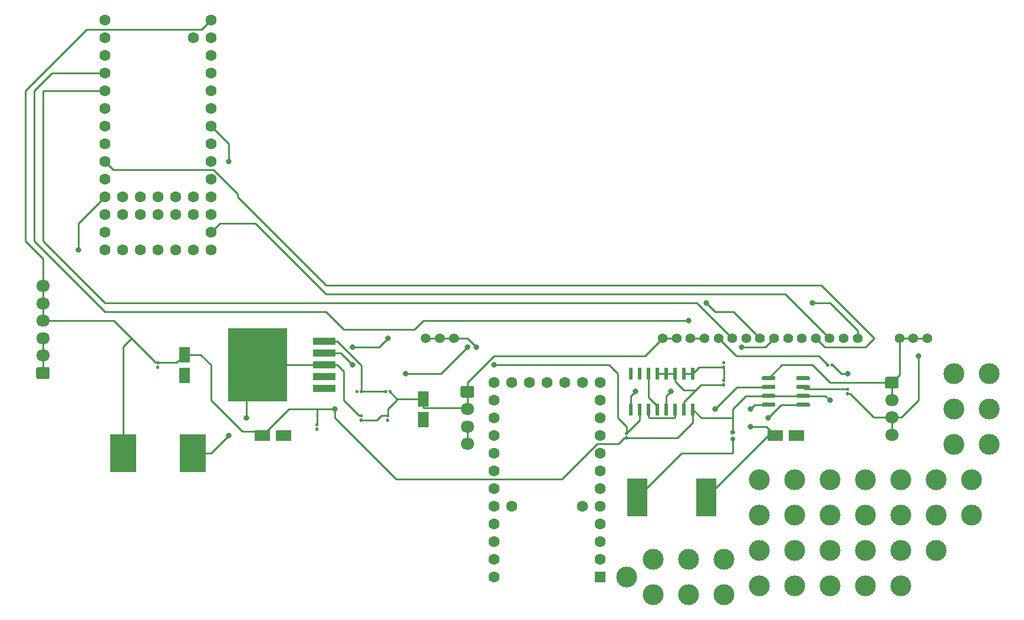
<source format=gbr>
%TF.GenerationSoftware,KiCad,Pcbnew,(5.1.10)-1*%
%TF.CreationDate,2021-10-04T16:47:09-07:00*%
%TF.ProjectId,VFD,5646442e-6b69-4636-9164-5f7063625858,rev?*%
%TF.SameCoordinates,Original*%
%TF.FileFunction,Copper,L1,Top*%
%TF.FilePolarity,Positive*%
%FSLAX46Y46*%
G04 Gerber Fmt 4.6, Leading zero omitted, Abs format (unit mm)*
G04 Created by KiCad (PCBNEW (5.1.10)-1) date 2021-10-04 16:47:09*
%MOMM*%
%LPD*%
G01*
G04 APERTURE LIST*
%TA.AperFunction,ComponentPad*%
%ADD10C,3.000000*%
%TD*%
%TA.AperFunction,ComponentPad*%
%ADD11C,1.600000*%
%TD*%
%TA.AperFunction,ComponentPad*%
%ADD12R,1.600000X1.600000*%
%TD*%
%TA.AperFunction,SMDPad,CuDef*%
%ADD13R,3.210000X1.050000*%
%TD*%
%TA.AperFunction,SMDPad,CuDef*%
%ADD14R,8.460000X10.530000*%
%TD*%
%TA.AperFunction,ComponentPad*%
%ADD15C,1.400000*%
%TD*%
%TA.AperFunction,SMDPad,CuDef*%
%ADD16R,0.533400X1.701800*%
%TD*%
%TA.AperFunction,SMDPad,CuDef*%
%ADD17R,2.900000X5.400000*%
%TD*%
%TA.AperFunction,SMDPad,CuDef*%
%ADD18R,3.850000X5.500000*%
%TD*%
%TA.AperFunction,ComponentPad*%
%ADD19O,1.950000X1.700000*%
%TD*%
%TA.AperFunction,SMDPad,CuDef*%
%ADD20R,2.200000X1.600000*%
%TD*%
%TA.AperFunction,SMDPad,CuDef*%
%ADD21R,1.600000X2.200000*%
%TD*%
%TA.AperFunction,ViaPad*%
%ADD22C,0.800000*%
%TD*%
%TA.AperFunction,Conductor*%
%ADD23C,0.250000*%
%TD*%
G04 APERTURE END LIST*
D10*
%TO.P,,1*%
%TO.N,N/C*%
X119380000Y-133350000D03*
%TD*%
%TO.P,,1*%
%TO.N,N/C*%
X128270000Y-135890000D03*
%TD*%
%TO.P,,1*%
%TO.N,N/C*%
X123190000Y-135890000D03*
%TD*%
%TO.P,,1*%
%TO.N,N/C*%
X123190000Y-130810000D03*
%TD*%
%TO.P,,1*%
%TO.N,N/C*%
X128270000Y-130810000D03*
%TD*%
%TO.P,,1*%
%TO.N,N/C*%
X133350000Y-130810000D03*
%TD*%
%TO.P,,1*%
%TO.N,N/C*%
X133350000Y-135890000D03*
%TD*%
%TO.P,,1*%
%TO.N,N/C*%
X138430000Y-129540000D03*
%TD*%
%TO.P,,1*%
%TO.N,N/C*%
X138430000Y-124460000D03*
%TD*%
%TO.P,,1*%
%TO.N,N/C*%
X138430000Y-134620000D03*
%TD*%
%TO.P,,1*%
%TO.N,N/C*%
X143510000Y-134620000D03*
%TD*%
%TO.P,,1*%
%TO.N,N/C*%
X143510000Y-129540000D03*
%TD*%
%TO.P,,1*%
%TO.N,N/C*%
X143510000Y-124460000D03*
%TD*%
%TO.P,,1*%
%TO.N,N/C*%
X148590000Y-124460000D03*
%TD*%
%TO.P,,1*%
%TO.N,N/C*%
X148590000Y-129540000D03*
%TD*%
%TO.P,,1*%
%TO.N,N/C*%
X148590000Y-134620000D03*
%TD*%
%TO.P,,1*%
%TO.N,N/C*%
X153670000Y-134620000D03*
%TD*%
%TO.P,,1*%
%TO.N,N/C*%
X153670000Y-129540000D03*
%TD*%
%TO.P,,1*%
%TO.N,N/C*%
X153670000Y-124460000D03*
%TD*%
%TO.P,,1*%
%TO.N,N/C*%
X158750000Y-134620000D03*
%TD*%
%TO.P,,1*%
%TO.N,N/C*%
X158750000Y-129540000D03*
%TD*%
%TO.P,,1*%
%TO.N,N/C*%
X158750000Y-124460000D03*
%TD*%
%TO.P,,1*%
%TO.N,N/C*%
X171450000Y-104140000D03*
%TD*%
%TO.P,,1*%
%TO.N,N/C*%
X171450000Y-109220000D03*
%TD*%
%TO.P,,1*%
%TO.N,N/C*%
X171450000Y-114300000D03*
%TD*%
%TO.P,,1*%
%TO.N,N/C*%
X163830000Y-129540000D03*
%TD*%
%TO.P,,1*%
%TO.N,N/C*%
X163830000Y-124460000D03*
%TD*%
%TO.P,,1*%
%TO.N,N/C*%
X168910000Y-124460000D03*
%TD*%
%TO.P,,1*%
%TO.N,N/C*%
X166370000Y-104140000D03*
%TD*%
%TO.P,,1*%
%TO.N,N/C*%
X166370000Y-109220000D03*
%TD*%
%TO.P,,1*%
%TO.N,N/C*%
X166370000Y-114300000D03*
%TD*%
%TO.P,,1*%
%TO.N,N/C*%
X168910000Y-119380000D03*
%TD*%
%TO.P,,1*%
%TO.N,N/C*%
X163830000Y-119380000D03*
%TD*%
%TO.P,,1*%
%TO.N,N/C*%
X158750000Y-119380000D03*
%TD*%
%TO.P,,1*%
%TO.N,N/C*%
X153670000Y-119380000D03*
%TD*%
%TO.P,,1*%
%TO.N,N/C*%
X148590000Y-119380000D03*
%TD*%
%TO.P,,1*%
%TO.N,N/C*%
X143510000Y-119380000D03*
%TD*%
%TO.P,,1*%
%TO.N,N/C*%
X138430000Y-119380000D03*
%TD*%
D11*
%TO.P,REF\u002A\u002A,15*%
%TO.N,N/C*%
X107950000Y-105410000D03*
D12*
%TO.P,REF\u002A\u002A,1*%
X115570000Y-133350000D03*
D11*
%TO.P,REF\u002A\u002A,2*%
X115570000Y-130810000D03*
%TO.P,REF\u002A\u002A,3*%
X115570000Y-128270000D03*
%TO.P,REF\u002A\u002A,4*%
X115570000Y-125730000D03*
%TO.P,REF\u002A\u002A,5*%
X115570000Y-123190000D03*
%TO.P,REF\u002A\u002A,6*%
X115570000Y-120650000D03*
%TO.P,REF\u002A\u002A,7*%
X115570000Y-118110000D03*
%TO.P,REF\u002A\u002A,8*%
X115570000Y-115570000D03*
%TO.P,REF\u002A\u002A,9*%
X115570000Y-113030000D03*
%TO.P,REF\u002A\u002A,10*%
X115570000Y-110490000D03*
%TO.P,REF\u002A\u002A,11*%
X115570000Y-107950000D03*
%TO.P,REF\u002A\u002A,12*%
X115570000Y-105410000D03*
%TO.P,REF\u002A\u002A,13*%
X113030000Y-105410000D03*
%TO.P,REF\u002A\u002A,14*%
X110490000Y-105410000D03*
%TO.P,REF\u002A\u002A,16*%
X105410000Y-105410000D03*
%TO.P,REF\u002A\u002A,17*%
X102870000Y-105410000D03*
%TO.P,REF\u002A\u002A,18*%
X100330000Y-105410000D03*
%TO.P,REF\u002A\u002A,19*%
X100330000Y-107950000D03*
%TO.P,REF\u002A\u002A,20*%
X100330000Y-110490000D03*
%TO.P,REF\u002A\u002A,21*%
X100330000Y-113030000D03*
%TO.P,REF\u002A\u002A,22*%
X100330000Y-115570000D03*
%TO.P,REF\u002A\u002A,23*%
X100330000Y-118110000D03*
%TO.P,REF\u002A\u002A,24*%
X100330000Y-120650000D03*
%TO.P,REF\u002A\u002A,25*%
X100330000Y-123190000D03*
%TO.P,REF\u002A\u002A,26*%
X100330000Y-125730000D03*
%TO.P,REF\u002A\u002A,27*%
X100330000Y-128270000D03*
%TO.P,REF\u002A\u002A,28*%
X100330000Y-130810000D03*
%TO.P,REF\u002A\u002A,29*%
X100330000Y-133350000D03*
%TO.P,REF\u002A\u002A,30*%
X113030000Y-123190000D03*
%TO.P,REF\u002A\u002A,31*%
X102870000Y-123190000D03*
%TD*%
D13*
%TO.P,VR1,1*%
%TO.N,GND*%
X75980000Y-106270000D03*
%TO.P,VR1,2*%
%TO.N,Net-(VR1-Pad2)*%
X75980000Y-104570000D03*
%TO.P,VR1,3*%
%TO.N,Net-(D1-Pad2)*%
X75980000Y-102870000D03*
%TO.P,VR1,4*%
%TO.N,+5V*%
X75980000Y-101170000D03*
%TO.P,VR1,5*%
%TO.N,Net-(R1-Pad2)*%
X75980000Y-99470000D03*
D14*
%TO.P,VR1,6*%
%TO.N,Net-(D1-Pad2)*%
X66350000Y-102870000D03*
%TD*%
D11*
%TO.P,U4,44*%
%TO.N,Net-(U4-Pad44)*%
X46990000Y-78740000D03*
%TO.P,U4,43*%
%TO.N,Net-(U4-Pad43)*%
X46990000Y-81280000D03*
%TO.P,U4,42*%
%TO.N,Net-(U4-Pad42)*%
X49530000Y-78740000D03*
%TO.P,U4,41*%
%TO.N,Net-(U4-Pad41)*%
X49530000Y-81280000D03*
%TO.P,U4,40*%
%TO.N,Net-(U4-Pad40)*%
X52070000Y-78740000D03*
%TO.P,U4,39*%
%TO.N,Net-(U4-Pad39)*%
X52070000Y-81280000D03*
%TO.P,U4,38*%
%TO.N,Net-(U4-Pad38)*%
X54610000Y-78740000D03*
%TO.P,U4,37*%
%TO.N,Net-(U4-Pad37)*%
X54610000Y-81280000D03*
%TO.P,U4,36*%
%TO.N,Net-(U4-Pad36)*%
X57150000Y-78740000D03*
%TO.P,U4,35*%
%TO.N,Net-(U4-Pad35)*%
X57150000Y-81280000D03*
%TO.P,U4,1*%
%TO.N,Net-(U4-Pad1)*%
X44450000Y-53340000D03*
%TO.P,U4,2*%
%TO.N,Net-(U4-Pad2)*%
X44450000Y-55880000D03*
%TO.P,U4,3*%
%TO.N,Net-(U4-Pad3)*%
X44450000Y-58420000D03*
%TO.P,U4,4*%
%TO.N,Net-(U3-Pad14)*%
X44450000Y-60960000D03*
%TO.P,U4,5*%
%TO.N,Net-(U3-Pad15)*%
X44450000Y-63500000D03*
%TO.P,U4,6*%
%TO.N,Net-(U3-Pad6)*%
X44450000Y-66040000D03*
%TO.P,U4,7*%
%TO.N,Net-(U4-Pad7)*%
X44450000Y-68580000D03*
%TO.P,U4,8*%
%TO.N,Net-(U3-Pad7)*%
X44450000Y-71120000D03*
%TO.P,U4,9*%
%TO.N,Net-(U3-Pad9)*%
X44450000Y-73660000D03*
%TO.P,U4,10*%
%TO.N,Net-(U3-Pad13)*%
X44450000Y-76200000D03*
%TO.P,U4,11*%
%TO.N,Net-(U3-Pad12)*%
X44450000Y-78740000D03*
%TO.P,U4,12*%
%TO.N,Net-(U4-Pad12)*%
X44450000Y-81280000D03*
%TO.P,U4,13*%
%TO.N,Net-(U4-Pad13)*%
X44450000Y-83820000D03*
%TO.P,U4,34*%
%TO.N,Net-(U4-Pad34)*%
X57150000Y-55880000D03*
%TO.P,U4,33*%
%TO.N,+5V*%
X59690000Y-53340000D03*
%TO.P,U4,32*%
%TO.N,GND*%
X59690000Y-55880000D03*
%TO.P,U4,31*%
%TO.N,+3V3*%
X59690000Y-58420000D03*
%TO.P,U4,30*%
%TO.N,Net-(U4-Pad30)*%
X59690000Y-60960000D03*
%TO.P,U4,29*%
%TO.N,Net-(U4-Pad29)*%
X59690000Y-63500000D03*
%TO.P,U4,28*%
%TO.N,Net-(U4-Pad28)*%
X59690000Y-66040000D03*
%TO.P,U4,27*%
%TO.N,/FF_BLANK*%
X59690000Y-68580000D03*
%TO.P,U4,26*%
%TO.N,Net-(U4-Pad26)*%
X59690000Y-71120000D03*
%TO.P,U4,25*%
%TO.N,Net-(U4-Pad25)*%
X59690000Y-73660000D03*
%TO.P,U4,24*%
%TO.N,Net-(U4-Pad24)*%
X59690000Y-76200000D03*
%TO.P,U4,23*%
%TO.N,Net-(U4-Pad23)*%
X59690000Y-78740000D03*
%TO.P,U4,22*%
%TO.N,Net-(U4-Pad22)*%
X59690000Y-81280000D03*
%TO.P,U4,21*%
%TO.N,Net-(U3-Pad8)*%
X59690000Y-83820000D03*
%TO.P,U4,14*%
%TO.N,Net-(U4-Pad14)*%
X44450000Y-86360000D03*
%TO.P,U4,15*%
%TO.N,Net-(U4-Pad15)*%
X46990000Y-86360000D03*
%TO.P,U4,16*%
%TO.N,Net-(U4-Pad16)*%
X49530000Y-86360000D03*
%TO.P,U4,20*%
%TO.N,Net-(U4-Pad20)*%
X59690000Y-86360000D03*
%TO.P,U4,19*%
%TO.N,Net-(U4-Pad19)*%
X57150000Y-86360000D03*
%TO.P,U4,18*%
%TO.N,Net-(U4-Pad18)*%
X54610000Y-86360000D03*
%TO.P,U4,17*%
%TO.N,Net-(U4-Pad17)*%
X52070000Y-86360000D03*
%TD*%
D15*
%TO.P,U3,1*%
%TO.N,/F1*%
X162560000Y-99060000D03*
%TO.P,U3,2*%
X160560000Y-99060000D03*
%TO.P,U3,3*%
X158560000Y-99060000D03*
%TO.P,U3,6*%
%TO.N,Net-(U3-Pad6)*%
X152560000Y-99060000D03*
%TO.P,U3,7*%
%TO.N,Net-(U3-Pad7)*%
X150560000Y-99060000D03*
%TO.P,U3,8*%
%TO.N,Net-(U3-Pad8)*%
X148560000Y-99060000D03*
%TO.P,U3,9*%
%TO.N,Net-(U3-Pad9)*%
X146560000Y-99060000D03*
%TO.P,U3,10*%
%TO.N,Net-(U3-Pad10)*%
X144560000Y-99060000D03*
%TO.P,U3,11*%
%TO.N,Net-(U3-Pad11)*%
X142560000Y-99060000D03*
%TO.P,U3,12*%
%TO.N,Net-(U3-Pad12)*%
X140560000Y-99060000D03*
%TO.P,U3,13*%
%TO.N,Net-(U3-Pad13)*%
X138560000Y-99060000D03*
%TO.P,U3,14*%
%TO.N,Net-(U3-Pad14)*%
X136560000Y-99060000D03*
%TO.P,U3,15*%
%TO.N,Net-(U3-Pad15)*%
X134560000Y-99060000D03*
%TO.P,U3,16*%
%TO.N,Net-(D3-Pad1)*%
X132560000Y-99060000D03*
%TO.P,U3,17*%
%TO.N,GND*%
X130560000Y-99060000D03*
%TO.P,U3,18*%
X128560000Y-99060000D03*
%TO.P,U3,19*%
%TO.N,VDD2*%
X126560000Y-99060000D03*
%TO.P,U3,20*%
X124560000Y-99060000D03*
%TO.P,U3,35*%
%TO.N,/F2*%
X94560000Y-99060000D03*
%TO.P,U3,36*%
X92560000Y-99060000D03*
%TO.P,U3,37*%
X90560000Y-99060000D03*
%TD*%
D16*
%TO.P,U2,1*%
%TO.N,Net-(C7-Pad1)*%
X128905000Y-104089200D03*
%TO.P,U2,2*%
X127635000Y-104089200D03*
%TO.P,U2,3*%
%TO.N,Net-(R4-Pad2)*%
X126365000Y-104089200D03*
%TO.P,U2,4*%
X125095000Y-104089200D03*
%TO.P,U2,5*%
X123825000Y-104089200D03*
%TO.P,U2,6*%
%TO.N,Net-(U2-Pad12)*%
X122555000Y-104089200D03*
%TO.P,U2,7*%
%TO.N,Net-(U2-Pad7)*%
X121285000Y-104089200D03*
%TO.P,U2,8*%
%TO.N,GND*%
X120015000Y-104089200D03*
%TO.P,U2,9*%
%TO.N,Net-(U1-Pad5)*%
X120015000Y-109270800D03*
%TO.P,U2,10*%
%TO.N,/FF_BLANK*%
X121285000Y-109270800D03*
%TO.P,U2,11*%
%TO.N,Net-(U2-Pad11)*%
X122555000Y-109270800D03*
%TO.P,U2,12*%
%TO.N,Net-(U2-Pad12)*%
X123825000Y-109270800D03*
%TO.P,U2,13*%
%TO.N,Net-(U1-Pad4)*%
X125095000Y-109270800D03*
%TO.P,U2,14*%
%TO.N,Net-(U2-Pad11)*%
X126365000Y-109270800D03*
%TO.P,U2,15*%
%TO.N,Net-(R4-Pad2)*%
X127635000Y-109270800D03*
%TO.P,U2,16*%
%TO.N,+5V*%
X128905000Y-109270800D03*
%TD*%
%TO.P,U1,8*%
%TO.N,GND*%
%TA.AperFunction,SMDPad,CuDef*%
G36*
G01*
X143740000Y-104925000D02*
X143740000Y-104625000D01*
G75*
G02*
X143890000Y-104475000I150000J0D01*
G01*
X145540000Y-104475000D01*
G75*
G02*
X145690000Y-104625000I0J-150000D01*
G01*
X145690000Y-104925000D01*
G75*
G02*
X145540000Y-105075000I-150000J0D01*
G01*
X143890000Y-105075000D01*
G75*
G02*
X143740000Y-104925000I0J150000D01*
G01*
G37*
%TD.AperFunction*%
%TO.P,U1,7*%
%TO.N,Net-(R5-Pad2)*%
%TA.AperFunction,SMDPad,CuDef*%
G36*
G01*
X143740000Y-106195000D02*
X143740000Y-105895000D01*
G75*
G02*
X143890000Y-105745000I150000J0D01*
G01*
X145540000Y-105745000D01*
G75*
G02*
X145690000Y-105895000I0J-150000D01*
G01*
X145690000Y-106195000D01*
G75*
G02*
X145540000Y-106345000I-150000J0D01*
G01*
X143890000Y-106345000D01*
G75*
G02*
X143740000Y-106195000I0J150000D01*
G01*
G37*
%TD.AperFunction*%
%TO.P,U1,6*%
%TO.N,+5V*%
%TA.AperFunction,SMDPad,CuDef*%
G36*
G01*
X143740000Y-107465000D02*
X143740000Y-107165000D01*
G75*
G02*
X143890000Y-107015000I150000J0D01*
G01*
X145540000Y-107015000D01*
G75*
G02*
X145690000Y-107165000I0J-150000D01*
G01*
X145690000Y-107465000D01*
G75*
G02*
X145540000Y-107615000I-150000J0D01*
G01*
X143890000Y-107615000D01*
G75*
G02*
X143740000Y-107465000I0J150000D01*
G01*
G37*
%TD.AperFunction*%
%TO.P,U1,5*%
%TO.N,Net-(U1-Pad5)*%
%TA.AperFunction,SMDPad,CuDef*%
G36*
G01*
X143740000Y-108735000D02*
X143740000Y-108435000D01*
G75*
G02*
X143890000Y-108285000I150000J0D01*
G01*
X145540000Y-108285000D01*
G75*
G02*
X145690000Y-108435000I0J-150000D01*
G01*
X145690000Y-108735000D01*
G75*
G02*
X145540000Y-108885000I-150000J0D01*
G01*
X143890000Y-108885000D01*
G75*
G02*
X143740000Y-108735000I0J150000D01*
G01*
G37*
%TD.AperFunction*%
%TO.P,U1,4*%
%TO.N,Net-(U1-Pad4)*%
%TA.AperFunction,SMDPad,CuDef*%
G36*
G01*
X138790000Y-108735000D02*
X138790000Y-108435000D01*
G75*
G02*
X138940000Y-108285000I150000J0D01*
G01*
X140590000Y-108285000D01*
G75*
G02*
X140740000Y-108435000I0J-150000D01*
G01*
X140740000Y-108735000D01*
G75*
G02*
X140590000Y-108885000I-150000J0D01*
G01*
X138940000Y-108885000D01*
G75*
G02*
X138790000Y-108735000I0J150000D01*
G01*
G37*
%TD.AperFunction*%
%TO.P,U1,3*%
%TO.N,+5V*%
%TA.AperFunction,SMDPad,CuDef*%
G36*
G01*
X138790000Y-107465000D02*
X138790000Y-107165000D01*
G75*
G02*
X138940000Y-107015000I150000J0D01*
G01*
X140590000Y-107015000D01*
G75*
G02*
X140740000Y-107165000I0J-150000D01*
G01*
X140740000Y-107465000D01*
G75*
G02*
X140590000Y-107615000I-150000J0D01*
G01*
X138940000Y-107615000D01*
G75*
G02*
X138790000Y-107465000I0J150000D01*
G01*
G37*
%TD.AperFunction*%
%TO.P,U1,2*%
%TO.N,Net-(C8-Pad1)*%
%TA.AperFunction,SMDPad,CuDef*%
G36*
G01*
X138790000Y-106195000D02*
X138790000Y-105895000D01*
G75*
G02*
X138940000Y-105745000I150000J0D01*
G01*
X140590000Y-105745000D01*
G75*
G02*
X140740000Y-105895000I0J-150000D01*
G01*
X140740000Y-106195000D01*
G75*
G02*
X140590000Y-106345000I-150000J0D01*
G01*
X138940000Y-106345000D01*
G75*
G02*
X138790000Y-106195000I0J150000D01*
G01*
G37*
%TD.AperFunction*%
%TO.P,U1,1*%
%TO.N,/F1*%
%TA.AperFunction,SMDPad,CuDef*%
G36*
G01*
X138790000Y-104925000D02*
X138790000Y-104625000D01*
G75*
G02*
X138940000Y-104475000I150000J0D01*
G01*
X140590000Y-104475000D01*
G75*
G02*
X140740000Y-104625000I0J-150000D01*
G01*
X140740000Y-104925000D01*
G75*
G02*
X140590000Y-105075000I-150000J0D01*
G01*
X138940000Y-105075000D01*
G75*
G02*
X138790000Y-104925000I0J150000D01*
G01*
G37*
%TD.AperFunction*%
%TD*%
%TO.P,R5,2*%
%TO.N,Net-(R5-Pad2)*%
%TA.AperFunction,SMDPad,CuDef*%
G36*
G01*
X151230000Y-106590000D02*
X151030000Y-106590000D01*
G75*
G02*
X150930000Y-106490000I0J100000D01*
G01*
X150930000Y-106230000D01*
G75*
G02*
X151030000Y-106130000I100000J0D01*
G01*
X151230000Y-106130000D01*
G75*
G02*
X151330000Y-106230000I0J-100000D01*
G01*
X151330000Y-106490000D01*
G75*
G02*
X151230000Y-106590000I-100000J0D01*
G01*
G37*
%TD.AperFunction*%
%TO.P,R5,1*%
%TO.N,/F2*%
%TA.AperFunction,SMDPad,CuDef*%
G36*
G01*
X151230000Y-107230000D02*
X151030000Y-107230000D01*
G75*
G02*
X150930000Y-107130000I0J100000D01*
G01*
X150930000Y-106870000D01*
G75*
G02*
X151030000Y-106770000I100000J0D01*
G01*
X151230000Y-106770000D01*
G75*
G02*
X151330000Y-106870000I0J-100000D01*
G01*
X151330000Y-107130000D01*
G75*
G02*
X151230000Y-107230000I-100000J0D01*
G01*
G37*
%TD.AperFunction*%
%TD*%
%TO.P,R4,2*%
%TO.N,Net-(R4-Pad2)*%
%TA.AperFunction,SMDPad,CuDef*%
G36*
G01*
X133250000Y-105500000D02*
X133450000Y-105500000D01*
G75*
G02*
X133550000Y-105600000I0J-100000D01*
G01*
X133550000Y-105860000D01*
G75*
G02*
X133450000Y-105960000I-100000J0D01*
G01*
X133250000Y-105960000D01*
G75*
G02*
X133150000Y-105860000I0J100000D01*
G01*
X133150000Y-105600000D01*
G75*
G02*
X133250000Y-105500000I100000J0D01*
G01*
G37*
%TD.AperFunction*%
%TO.P,R4,1*%
%TO.N,Net-(C7-Pad1)*%
%TA.AperFunction,SMDPad,CuDef*%
G36*
G01*
X133250000Y-104860000D02*
X133450000Y-104860000D01*
G75*
G02*
X133550000Y-104960000I0J-100000D01*
G01*
X133550000Y-105220000D01*
G75*
G02*
X133450000Y-105320000I-100000J0D01*
G01*
X133250000Y-105320000D01*
G75*
G02*
X133150000Y-105220000I0J100000D01*
G01*
X133150000Y-104960000D01*
G75*
G02*
X133250000Y-104860000I100000J0D01*
G01*
G37*
%TD.AperFunction*%
%TD*%
%TO.P,R3,2*%
%TO.N,/FF_BLANK*%
%TA.AperFunction,SMDPad,CuDef*%
G36*
G01*
X119480000Y-112940000D02*
X119280000Y-112940000D01*
G75*
G02*
X119180000Y-112840000I0J100000D01*
G01*
X119180000Y-112580000D01*
G75*
G02*
X119280000Y-112480000I100000J0D01*
G01*
X119480000Y-112480000D01*
G75*
G02*
X119580000Y-112580000I0J-100000D01*
G01*
X119580000Y-112840000D01*
G75*
G02*
X119480000Y-112940000I-100000J0D01*
G01*
G37*
%TD.AperFunction*%
%TO.P,R3,1*%
%TO.N,+5V*%
%TA.AperFunction,SMDPad,CuDef*%
G36*
G01*
X119480000Y-113580000D02*
X119280000Y-113580000D01*
G75*
G02*
X119180000Y-113480000I0J100000D01*
G01*
X119180000Y-113220000D01*
G75*
G02*
X119280000Y-113120000I100000J0D01*
G01*
X119480000Y-113120000D01*
G75*
G02*
X119580000Y-113220000I0J-100000D01*
G01*
X119580000Y-113480000D01*
G75*
G02*
X119480000Y-113580000I-100000J0D01*
G01*
G37*
%TD.AperFunction*%
%TD*%
%TO.P,R2,2*%
%TO.N,GND*%
%TA.AperFunction,SMDPad,CuDef*%
G36*
G01*
X80870000Y-106580000D02*
X80870000Y-106780000D01*
G75*
G02*
X80770000Y-106880000I-100000J0D01*
G01*
X80510000Y-106880000D01*
G75*
G02*
X80410000Y-106780000I0J100000D01*
G01*
X80410000Y-106580000D01*
G75*
G02*
X80510000Y-106480000I100000J0D01*
G01*
X80770000Y-106480000D01*
G75*
G02*
X80870000Y-106580000I0J-100000D01*
G01*
G37*
%TD.AperFunction*%
%TO.P,R2,1*%
%TO.N,Net-(R1-Pad2)*%
%TA.AperFunction,SMDPad,CuDef*%
G36*
G01*
X81510000Y-106580000D02*
X81510000Y-106780000D01*
G75*
G02*
X81410000Y-106880000I-100000J0D01*
G01*
X81150000Y-106880000D01*
G75*
G02*
X81050000Y-106780000I0J100000D01*
G01*
X81050000Y-106580000D01*
G75*
G02*
X81150000Y-106480000I100000J0D01*
G01*
X81410000Y-106480000D01*
G75*
G02*
X81510000Y-106580000I0J-100000D01*
G01*
G37*
%TD.AperFunction*%
%TD*%
%TO.P,R1,2*%
%TO.N,Net-(R1-Pad2)*%
%TA.AperFunction,SMDPad,CuDef*%
G36*
G01*
X85000000Y-106580000D02*
X85000000Y-106780000D01*
G75*
G02*
X84900000Y-106880000I-100000J0D01*
G01*
X84640000Y-106880000D01*
G75*
G02*
X84540000Y-106780000I0J100000D01*
G01*
X84540000Y-106580000D01*
G75*
G02*
X84640000Y-106480000I100000J0D01*
G01*
X84900000Y-106480000D01*
G75*
G02*
X85000000Y-106580000I0J-100000D01*
G01*
G37*
%TD.AperFunction*%
%TO.P,R1,1*%
%TO.N,VDD2*%
%TA.AperFunction,SMDPad,CuDef*%
G36*
G01*
X85640000Y-106580000D02*
X85640000Y-106780000D01*
G75*
G02*
X85540000Y-106880000I-100000J0D01*
G01*
X85280000Y-106880000D01*
G75*
G02*
X85180000Y-106780000I0J100000D01*
G01*
X85180000Y-106580000D01*
G75*
G02*
X85280000Y-106480000I100000J0D01*
G01*
X85540000Y-106480000D01*
G75*
G02*
X85640000Y-106580000I0J-100000D01*
G01*
G37*
%TD.AperFunction*%
%TD*%
D17*
%TO.P,L2,2*%
%TO.N,Net-(C8-Pad1)*%
X130810000Y-121920000D03*
%TO.P,L2,1*%
%TO.N,Net-(D2-Pad1)*%
X120910000Y-121920000D03*
%TD*%
D18*
%TO.P,L1,1*%
%TO.N,+5V*%
X47095000Y-115570000D03*
%TO.P,L1,2*%
%TO.N,Net-(D1-Pad2)*%
X57045000Y-115570000D03*
%TD*%
D19*
%TO.P,J3,4*%
%TO.N,/F2*%
X157480000Y-112910000D03*
%TO.P,J3,3*%
X157480000Y-110410000D03*
%TO.P,J3,2*%
%TO.N,/F1*%
X157480000Y-107910000D03*
%TO.P,J3,1*%
%TA.AperFunction,ComponentPad*%
G36*
G01*
X156755000Y-104560000D02*
X158205000Y-104560000D01*
G75*
G02*
X158455000Y-104810000I0J-250000D01*
G01*
X158455000Y-106010000D01*
G75*
G02*
X158205000Y-106260000I-250000J0D01*
G01*
X156755000Y-106260000D01*
G75*
G02*
X156505000Y-106010000I0J250000D01*
G01*
X156505000Y-104810000D01*
G75*
G02*
X156755000Y-104560000I250000J0D01*
G01*
G37*
%TD.AperFunction*%
%TD*%
%TO.P,J2,4*%
%TO.N,GND*%
X96520000Y-114220000D03*
%TO.P,J2,3*%
X96520000Y-111720000D03*
%TO.P,J2,2*%
%TO.N,VDD2*%
X96520000Y-109220000D03*
%TO.P,J2,1*%
%TA.AperFunction,ComponentPad*%
G36*
G01*
X95795000Y-105870000D02*
X97245000Y-105870000D01*
G75*
G02*
X97495000Y-106120000I0J-250000D01*
G01*
X97495000Y-107320000D01*
G75*
G02*
X97245000Y-107570000I-250000J0D01*
G01*
X95795000Y-107570000D01*
G75*
G02*
X95545000Y-107320000I0J250000D01*
G01*
X95545000Y-106120000D01*
G75*
G02*
X95795000Y-105870000I250000J0D01*
G01*
G37*
%TD.AperFunction*%
%TD*%
%TO.P,J1,6*%
%TO.N,+5V*%
X35560000Y-91520000D03*
%TO.P,J1,5*%
X35560000Y-94020000D03*
%TO.P,J1,4*%
X35560000Y-96520000D03*
%TO.P,J1,3*%
%TO.N,GND*%
X35560000Y-99020000D03*
%TO.P,J1,2*%
X35560000Y-101520000D03*
%TO.P,J1,1*%
%TA.AperFunction,ComponentPad*%
G36*
G01*
X36285000Y-104870000D02*
X34835000Y-104870000D01*
G75*
G02*
X34585000Y-104620000I0J250000D01*
G01*
X34585000Y-103420000D01*
G75*
G02*
X34835000Y-103170000I250000J0D01*
G01*
X36285000Y-103170000D01*
G75*
G02*
X36535000Y-103420000I0J-250000D01*
G01*
X36535000Y-104620000D01*
G75*
G02*
X36285000Y-104870000I-250000J0D01*
G01*
G37*
%TD.AperFunction*%
%TD*%
%TO.P,D3,2*%
%TO.N,+5V*%
%TA.AperFunction,SMDPad,CuDef*%
G36*
G01*
X148680000Y-102970000D02*
X148680000Y-102770000D01*
G75*
G02*
X148780000Y-102670000I100000J0D01*
G01*
X149040000Y-102670000D01*
G75*
G02*
X149140000Y-102770000I0J-100000D01*
G01*
X149140000Y-102970000D01*
G75*
G02*
X149040000Y-103070000I-100000J0D01*
G01*
X148780000Y-103070000D01*
G75*
G02*
X148680000Y-102970000I0J100000D01*
G01*
G37*
%TD.AperFunction*%
%TO.P,D3,1*%
%TO.N,Net-(D3-Pad1)*%
%TA.AperFunction,SMDPad,CuDef*%
G36*
G01*
X148040000Y-102970000D02*
X148040000Y-102770000D01*
G75*
G02*
X148140000Y-102670000I100000J0D01*
G01*
X148400000Y-102670000D01*
G75*
G02*
X148500000Y-102770000I0J-100000D01*
G01*
X148500000Y-102970000D01*
G75*
G02*
X148400000Y-103070000I-100000J0D01*
G01*
X148140000Y-103070000D01*
G75*
G02*
X148040000Y-102970000I0J100000D01*
G01*
G37*
%TD.AperFunction*%
%TD*%
%TO.P,D2,2*%
%TO.N,+5V*%
%TA.AperFunction,SMDPad,CuDef*%
G36*
G01*
X134792500Y-112840000D02*
X134447500Y-112840000D01*
G75*
G02*
X134300000Y-112692500I0J147500D01*
G01*
X134300000Y-112397500D01*
G75*
G02*
X134447500Y-112250000I147500J0D01*
G01*
X134792500Y-112250000D01*
G75*
G02*
X134940000Y-112397500I0J-147500D01*
G01*
X134940000Y-112692500D01*
G75*
G02*
X134792500Y-112840000I-147500J0D01*
G01*
G37*
%TD.AperFunction*%
%TO.P,D2,1*%
%TO.N,Net-(D2-Pad1)*%
%TA.AperFunction,SMDPad,CuDef*%
G36*
G01*
X134792500Y-113810000D02*
X134447500Y-113810000D01*
G75*
G02*
X134300000Y-113662500I0J147500D01*
G01*
X134300000Y-113367500D01*
G75*
G02*
X134447500Y-113220000I147500J0D01*
G01*
X134792500Y-113220000D01*
G75*
G02*
X134940000Y-113367500I0J-147500D01*
G01*
X134940000Y-113662500D01*
G75*
G02*
X134792500Y-113810000I-147500J0D01*
G01*
G37*
%TD.AperFunction*%
%TD*%
%TO.P,D1,2*%
%TO.N,Net-(D1-Pad2)*%
%TA.AperFunction,SMDPad,CuDef*%
G36*
G01*
X81380000Y-110400000D02*
X81180000Y-110400000D01*
G75*
G02*
X81080000Y-110300000I0J100000D01*
G01*
X81080000Y-110040000D01*
G75*
G02*
X81180000Y-109940000I100000J0D01*
G01*
X81380000Y-109940000D01*
G75*
G02*
X81480000Y-110040000I0J-100000D01*
G01*
X81480000Y-110300000D01*
G75*
G02*
X81380000Y-110400000I-100000J0D01*
G01*
G37*
%TD.AperFunction*%
%TO.P,D1,1*%
%TO.N,VDD2*%
%TA.AperFunction,SMDPad,CuDef*%
G36*
G01*
X81380000Y-111040000D02*
X81180000Y-111040000D01*
G75*
G02*
X81080000Y-110940000I0J100000D01*
G01*
X81080000Y-110680000D01*
G75*
G02*
X81180000Y-110580000I100000J0D01*
G01*
X81380000Y-110580000D01*
G75*
G02*
X81480000Y-110680000I0J-100000D01*
G01*
X81480000Y-110940000D01*
G75*
G02*
X81380000Y-111040000I-100000J0D01*
G01*
G37*
%TD.AperFunction*%
%TD*%
D20*
%TO.P,C8,2*%
%TO.N,GND*%
X143740000Y-113030000D03*
%TO.P,C8,1*%
%TO.N,Net-(C8-Pad1)*%
X140740000Y-113030000D03*
%TD*%
%TO.P,C7,2*%
%TO.N,GND*%
%TA.AperFunction,SMDPad,CuDef*%
G36*
G01*
X133450000Y-102780000D02*
X133250000Y-102780000D01*
G75*
G02*
X133150000Y-102680000I0J100000D01*
G01*
X133150000Y-102420000D01*
G75*
G02*
X133250000Y-102320000I100000J0D01*
G01*
X133450000Y-102320000D01*
G75*
G02*
X133550000Y-102420000I0J-100000D01*
G01*
X133550000Y-102680000D01*
G75*
G02*
X133450000Y-102780000I-100000J0D01*
G01*
G37*
%TD.AperFunction*%
%TO.P,C7,1*%
%TO.N,Net-(C7-Pad1)*%
%TA.AperFunction,SMDPad,CuDef*%
G36*
G01*
X133450000Y-103420000D02*
X133250000Y-103420000D01*
G75*
G02*
X133150000Y-103320000I0J100000D01*
G01*
X133150000Y-103060000D01*
G75*
G02*
X133250000Y-102960000I100000J0D01*
G01*
X133450000Y-102960000D01*
G75*
G02*
X133550000Y-103060000I0J-100000D01*
G01*
X133550000Y-103320000D01*
G75*
G02*
X133450000Y-103420000I-100000J0D01*
G01*
G37*
%TD.AperFunction*%
%TD*%
D21*
%TO.P,C6,2*%
%TO.N,GND*%
X90170000Y-110720000D03*
%TO.P,C6,1*%
%TO.N,VDD2*%
X90170000Y-107720000D03*
%TD*%
%TO.P,C5,2*%
%TO.N,GND*%
%TA.AperFunction,SMDPad,CuDef*%
G36*
G01*
X84990000Y-110580000D02*
X85190000Y-110580000D01*
G75*
G02*
X85290000Y-110680000I0J-100000D01*
G01*
X85290000Y-110940000D01*
G75*
G02*
X85190000Y-111040000I-100000J0D01*
G01*
X84990000Y-111040000D01*
G75*
G02*
X84890000Y-110940000I0J100000D01*
G01*
X84890000Y-110680000D01*
G75*
G02*
X84990000Y-110580000I100000J0D01*
G01*
G37*
%TD.AperFunction*%
%TO.P,C5,1*%
%TO.N,VDD2*%
%TA.AperFunction,SMDPad,CuDef*%
G36*
G01*
X84990000Y-109940000D02*
X85190000Y-109940000D01*
G75*
G02*
X85290000Y-110040000I0J-100000D01*
G01*
X85290000Y-110300000D01*
G75*
G02*
X85190000Y-110400000I-100000J0D01*
G01*
X84990000Y-110400000D01*
G75*
G02*
X84890000Y-110300000I0J100000D01*
G01*
X84890000Y-110040000D01*
G75*
G02*
X84990000Y-109940000I100000J0D01*
G01*
G37*
%TD.AperFunction*%
%TD*%
%TO.P,C4,2*%
%TO.N,GND*%
X55880000Y-104370000D03*
%TO.P,C4,1*%
%TO.N,+5V*%
X55880000Y-101370000D03*
%TD*%
%TO.P,C3,2*%
%TO.N,GND*%
%TA.AperFunction,SMDPad,CuDef*%
G36*
G01*
X51970000Y-102960000D02*
X52170000Y-102960000D01*
G75*
G02*
X52270000Y-103060000I0J-100000D01*
G01*
X52270000Y-103320000D01*
G75*
G02*
X52170000Y-103420000I-100000J0D01*
G01*
X51970000Y-103420000D01*
G75*
G02*
X51870000Y-103320000I0J100000D01*
G01*
X51870000Y-103060000D01*
G75*
G02*
X51970000Y-102960000I100000J0D01*
G01*
G37*
%TD.AperFunction*%
%TO.P,C3,1*%
%TO.N,+5V*%
%TA.AperFunction,SMDPad,CuDef*%
G36*
G01*
X51970000Y-102320000D02*
X52170000Y-102320000D01*
G75*
G02*
X52270000Y-102420000I0J-100000D01*
G01*
X52270000Y-102680000D01*
G75*
G02*
X52170000Y-102780000I-100000J0D01*
G01*
X51970000Y-102780000D01*
G75*
G02*
X51870000Y-102680000I0J100000D01*
G01*
X51870000Y-102420000D01*
G75*
G02*
X51970000Y-102320000I100000J0D01*
G01*
G37*
%TD.AperFunction*%
%TD*%
%TO.P,C2,2*%
%TO.N,GND*%
%TA.AperFunction,SMDPad,CuDef*%
G36*
G01*
X74830000Y-111850000D02*
X75030000Y-111850000D01*
G75*
G02*
X75130000Y-111950000I0J-100000D01*
G01*
X75130000Y-112210000D01*
G75*
G02*
X75030000Y-112310000I-100000J0D01*
G01*
X74830000Y-112310000D01*
G75*
G02*
X74730000Y-112210000I0J100000D01*
G01*
X74730000Y-111950000D01*
G75*
G02*
X74830000Y-111850000I100000J0D01*
G01*
G37*
%TD.AperFunction*%
%TO.P,C2,1*%
%TO.N,+5V*%
%TA.AperFunction,SMDPad,CuDef*%
G36*
G01*
X74830000Y-111210000D02*
X75030000Y-111210000D01*
G75*
G02*
X75130000Y-111310000I0J-100000D01*
G01*
X75130000Y-111570000D01*
G75*
G02*
X75030000Y-111670000I-100000J0D01*
G01*
X74830000Y-111670000D01*
G75*
G02*
X74730000Y-111570000I0J100000D01*
G01*
X74730000Y-111310000D01*
G75*
G02*
X74830000Y-111210000I100000J0D01*
G01*
G37*
%TD.AperFunction*%
%TD*%
D20*
%TO.P,C1,2*%
%TO.N,GND*%
X70080000Y-113030000D03*
%TO.P,C1,1*%
%TO.N,+5V*%
X67080000Y-113030000D03*
%TD*%
D22*
%TO.N,+5V*%
X80010000Y-102870000D03*
X77470000Y-109220000D03*
X148590000Y-107950000D03*
X151130000Y-104140000D03*
%TO.N,Net-(C8-Pad1)*%
X132080000Y-109220000D03*
X137160000Y-111760000D03*
%TO.N,Net-(D1-Pad2)*%
X62230000Y-113030000D03*
X64770000Y-110490000D03*
%TO.N,/F2*%
X161290000Y-101600000D03*
X97790000Y-100330000D03*
%TO.N,/FF_BLANK*%
X100330000Y-102870000D03*
X62230000Y-73660000D03*
%TO.N,Net-(U1-Pad5)*%
X139700000Y-110490000D03*
X120650000Y-106680000D03*
%TO.N,Net-(U1-Pad4)*%
X137160000Y-109220000D03*
X125730000Y-106680000D03*
%TO.N,Net-(U3-Pad6)*%
X146050000Y-93980000D03*
%TO.N,Net-(U3-Pad7)*%
X85090000Y-99060000D03*
X80010000Y-100330000D03*
%TO.N,Net-(U3-Pad12)*%
X135890000Y-100330000D03*
X96520000Y-100330000D03*
X87630000Y-104140000D03*
X40640000Y-86360000D03*
%TO.N,Net-(U3-Pad13)*%
X130810000Y-93980000D03*
%TO.N,Net-(U3-Pad14)*%
X128270000Y-96520000D03*
%TD*%
D23*
%TO.N,GND*%
X130560000Y-99060000D02*
X128560000Y-99060000D01*
X96520000Y-111720000D02*
X96520000Y-114220000D01*
X35560000Y-99020000D02*
X35560000Y-101520000D01*
X35560000Y-101520000D02*
X35560000Y-104020000D01*
%TO.N,+5V*%
X144715000Y-107315000D02*
X139765000Y-107315000D01*
X139765000Y-107315000D02*
X136525000Y-107315000D01*
X134620000Y-109220000D02*
X134620000Y-112545000D01*
X136525000Y-107315000D02*
X134620000Y-109220000D01*
X134620000Y-109220000D02*
X134620000Y-110490000D01*
X130124200Y-110490000D02*
X128905000Y-109270800D01*
X134620000Y-110490000D02*
X130124200Y-110490000D01*
X128905000Y-109270800D02*
X128905000Y-111125000D01*
X128905000Y-111125000D02*
X126714990Y-113315010D01*
X119414990Y-113315010D02*
X119380000Y-113350000D01*
X66494999Y-112444999D02*
X64184999Y-112444999D01*
X67080000Y-113030000D02*
X66494999Y-112444999D01*
X64184999Y-112444999D02*
X59690000Y-107950000D01*
X59690000Y-107950000D02*
X59690000Y-102870000D01*
X58190000Y-101370000D02*
X55880000Y-101370000D01*
X59690000Y-102870000D02*
X58190000Y-101370000D01*
X54700000Y-102550000D02*
X55880000Y-101370000D01*
X52070000Y-102550000D02*
X54700000Y-102550000D01*
X52070000Y-102550000D02*
X51750000Y-102550000D01*
X45720000Y-96520000D02*
X35560000Y-96520000D01*
X51750000Y-102550000D02*
X45720000Y-96520000D01*
X35560000Y-96520000D02*
X35560000Y-94020000D01*
X35560000Y-94020000D02*
X35560000Y-91520000D01*
X47095000Y-115570000D02*
X47095000Y-100225000D01*
X47095000Y-100225000D02*
X48260000Y-99060000D01*
X74930000Y-111440000D02*
X74930000Y-109220000D01*
X70890000Y-109220000D02*
X67080000Y-113030000D01*
X74930000Y-109220000D02*
X70890000Y-109220000D01*
X78310000Y-101170000D02*
X80010000Y-102870000D01*
X75980000Y-101170000D02*
X78310000Y-101170000D01*
X77470000Y-109220000D02*
X73660000Y-109220000D01*
X147955000Y-107315000D02*
X148590000Y-107950000D01*
X144715000Y-107315000D02*
X147955000Y-107315000D01*
X150180000Y-104140000D02*
X148910000Y-102870000D01*
X151130000Y-104140000D02*
X150180000Y-104140000D01*
X33020000Y-85090000D02*
X33020000Y-63500000D01*
X58325001Y-54704999D02*
X59690000Y-53340000D01*
X41815001Y-54704999D02*
X58325001Y-54704999D01*
X35560000Y-87630000D02*
X33020000Y-85090000D01*
X33020000Y-63500000D02*
X41815001Y-54704999D01*
X35560000Y-94020000D02*
X35560000Y-87630000D01*
X77470000Y-109220000D02*
X77470000Y-110490000D01*
X118204999Y-114205001D02*
X119094990Y-113315010D01*
X115195997Y-114205001D02*
X118204999Y-114205001D01*
X110115997Y-119285001D02*
X115195997Y-114205001D01*
X86265001Y-119285001D02*
X110115997Y-119285001D01*
X77470000Y-110490000D02*
X86265001Y-119285001D01*
X119094990Y-113315010D02*
X124174990Y-113315010D01*
X124174990Y-113315010D02*
X119414990Y-113315010D01*
X126714990Y-113315010D02*
X124174990Y-113315010D01*
%TO.N,VDD2*%
X96520000Y-106720000D02*
X96520000Y-109220000D01*
X90170000Y-107720000D02*
X86415010Y-107720000D01*
X85410000Y-106714990D02*
X85410000Y-106680000D01*
X86415010Y-107720000D02*
X85410000Y-106714990D01*
X85090000Y-109220000D02*
X86360000Y-107950000D01*
X85090000Y-109220000D02*
X85090000Y-110170000D01*
X81280000Y-110810000D02*
X83500000Y-110810000D01*
X84140000Y-110170000D02*
X85090000Y-110170000D01*
X83500000Y-110810000D02*
X84140000Y-110170000D01*
X96520000Y-105450000D02*
X96520000Y-105410000D01*
X96520000Y-105410000D02*
X100330000Y-101600000D01*
X122020000Y-101600000D02*
X124560000Y-99060000D01*
X100330000Y-101600000D02*
X122020000Y-101600000D01*
X126560000Y-99060000D02*
X124560000Y-99060000D01*
X96290000Y-108990000D02*
X96520000Y-109220000D01*
X90170000Y-108990000D02*
X96290000Y-108990000D01*
X90170000Y-107720000D02*
X90170000Y-108990000D01*
X96520000Y-106720000D02*
X96520000Y-105410000D01*
X86415010Y-107894990D02*
X85090000Y-109220000D01*
X86415010Y-107720000D02*
X86415010Y-107894990D01*
%TO.N,Net-(C7-Pad1)*%
X129804200Y-103190000D02*
X128905000Y-104089200D01*
X133350000Y-103190000D02*
X129804200Y-103190000D01*
X128905000Y-104089200D02*
X127635000Y-104089200D01*
X133350000Y-103190000D02*
X133350000Y-105090000D01*
%TO.N,Net-(C8-Pad1)*%
X139765000Y-106045000D02*
X135255000Y-106045000D01*
X135255000Y-106045000D02*
X132080000Y-109220000D01*
X139470000Y-111760000D02*
X140740000Y-113030000D01*
X137160000Y-111760000D02*
X139470000Y-111760000D01*
X139700000Y-113030000D02*
X130810000Y-121920000D01*
X140740000Y-113030000D02*
X139700000Y-113030000D01*
%TO.N,Net-(D1-Pad2)*%
X75980000Y-102870000D02*
X66350000Y-102870000D01*
X77835000Y-102870000D02*
X78740000Y-103775000D01*
X75980000Y-102870000D02*
X77835000Y-102870000D01*
X80960000Y-110170000D02*
X81280000Y-110170000D01*
X78740000Y-107950000D02*
X80960000Y-110170000D01*
X78740000Y-103775000D02*
X78740000Y-107950000D01*
X59690000Y-115570000D02*
X62230000Y-113030000D01*
X57045000Y-115570000D02*
X59690000Y-115570000D01*
X64770000Y-104450000D02*
X66350000Y-102870000D01*
X64770000Y-110490000D02*
X64770000Y-104450000D01*
%TO.N,Net-(D2-Pad1)*%
X134620000Y-113515000D02*
X134620000Y-115570000D01*
X127260000Y-115570000D02*
X120910000Y-121920000D01*
X134620000Y-115570000D02*
X127260000Y-115570000D01*
%TO.N,Net-(D3-Pad1)*%
X135100000Y-101600000D02*
X132560000Y-99060000D01*
X147000000Y-101600000D02*
X135100000Y-101600000D01*
X148270000Y-102870000D02*
X147000000Y-101600000D01*
%TO.N,/F2*%
X157480000Y-112910000D02*
X157480000Y-110410000D01*
X151130000Y-107000000D02*
X151450000Y-107000000D01*
X154860000Y-110410000D02*
X157480000Y-110410000D01*
X151450000Y-107000000D02*
X154860000Y-110410000D01*
X90560000Y-99060000D02*
X92560000Y-99060000D01*
X92560000Y-99060000D02*
X94560000Y-99060000D01*
X157480000Y-110410000D02*
X158830000Y-110410000D01*
X161290000Y-107950000D02*
X161290000Y-101600000D01*
X158830000Y-110410000D02*
X161290000Y-107950000D01*
X96520000Y-99060000D02*
X94560000Y-99060000D01*
X97790000Y-100330000D02*
X96520000Y-99060000D01*
%TO.N,/F1*%
X162560000Y-99060000D02*
X160560000Y-99060000D01*
X160560000Y-99060000D02*
X158560000Y-99060000D01*
X158560000Y-104330000D02*
X157480000Y-105410000D01*
X158560000Y-99060000D02*
X158560000Y-104330000D01*
X157480000Y-105410000D02*
X157480000Y-107910000D01*
X157480000Y-105410000D02*
X148590000Y-105410000D01*
X148590000Y-105410000D02*
X146050000Y-102870000D01*
X141670000Y-102870000D02*
X139765000Y-104775000D01*
X146050000Y-102870000D02*
X141670000Y-102870000D01*
%TO.N,Net-(R1-Pad2)*%
X81280000Y-102915000D02*
X81280000Y-106680000D01*
X77835000Y-99470000D02*
X81280000Y-102915000D01*
X75980000Y-99470000D02*
X77835000Y-99470000D01*
X84770000Y-106680000D02*
X81280000Y-106680000D01*
%TO.N,/FF_BLANK*%
X121285000Y-110805000D02*
X121285000Y-109270800D01*
X119380000Y-112710000D02*
X121285000Y-110805000D01*
X60960000Y-69850000D02*
X59690000Y-68580000D01*
X62230000Y-71120000D02*
X59690000Y-68580000D01*
X62230000Y-73660000D02*
X62230000Y-71120000D01*
X119380000Y-111760000D02*
X119380000Y-112710000D01*
X118110000Y-110490000D02*
X119380000Y-111760000D01*
X118110000Y-104140000D02*
X118110000Y-110490000D01*
X116840000Y-102870000D02*
X118110000Y-104140000D01*
X100330000Y-102870000D02*
X116840000Y-102870000D01*
%TO.N,Net-(R4-Pad2)*%
X127635000Y-108169900D02*
X127635000Y-109270800D01*
X133350000Y-105730000D02*
X130074900Y-105730000D01*
X123825000Y-104089200D02*
X125095000Y-104089200D01*
X126365000Y-104089200D02*
X125095000Y-104089200D01*
X126365000Y-105190100D02*
X127647350Y-106472450D01*
X127647350Y-106472450D02*
X129332450Y-106472450D01*
X126365000Y-104089200D02*
X126365000Y-105190100D01*
X129332450Y-106472450D02*
X127635000Y-108169900D01*
X130074900Y-105730000D02*
X129332450Y-106472450D01*
%TO.N,Net-(R5-Pad2)*%
X145030000Y-106360000D02*
X144715000Y-106045000D01*
X151130000Y-106360000D02*
X145030000Y-106360000D01*
%TO.N,Net-(U1-Pad5)*%
X144715000Y-108585000D02*
X141605000Y-108585000D01*
X141605000Y-108585000D02*
X139700000Y-110490000D01*
X120015000Y-107315000D02*
X120015000Y-109270800D01*
X120650000Y-106680000D02*
X120015000Y-107315000D01*
%TO.N,Net-(U1-Pad4)*%
X139765000Y-108585000D02*
X137795000Y-108585000D01*
X137795000Y-108585000D02*
X137160000Y-109220000D01*
X125095000Y-107315000D02*
X125095000Y-109270800D01*
X125730000Y-106680000D02*
X125095000Y-107315000D01*
%TO.N,Net-(U2-Pad12)*%
X123825000Y-108748198D02*
X123825000Y-109270800D01*
X122555000Y-107478198D02*
X123825000Y-108748198D01*
X122555000Y-104089200D02*
X122555000Y-107478198D01*
%TO.N,Net-(U2-Pad11)*%
X122555000Y-110371700D02*
X122555000Y-109270800D01*
X122680001Y-110496701D02*
X122555000Y-110371700D01*
X126239999Y-110496701D02*
X122680001Y-110496701D01*
X126365000Y-110371700D02*
X126239999Y-110496701D01*
X126365000Y-109270800D02*
X126365000Y-110371700D01*
%TO.N,Net-(U3-Pad6)*%
X152560000Y-99060000D02*
X152560000Y-97950000D01*
X148590000Y-93980000D02*
X146050000Y-93980000D01*
X152560000Y-97950000D02*
X148590000Y-93980000D01*
%TO.N,Net-(U3-Pad7)*%
X83820000Y-100330000D02*
X80010000Y-100330000D01*
X85090000Y-99060000D02*
X83820000Y-100330000D01*
%TO.N,Net-(U3-Pad8)*%
X142210000Y-92710000D02*
X148560000Y-99060000D01*
X76200000Y-92710000D02*
X142210000Y-92710000D01*
X60960000Y-82550000D02*
X59690000Y-83820000D01*
X66040000Y-82550000D02*
X60960000Y-82550000D01*
X66040000Y-82550000D02*
X76200000Y-92710000D01*
%TO.N,Net-(U3-Pad9)*%
X45625001Y-74835001D02*
X44450000Y-73660000D01*
X63500000Y-78270998D02*
X60064003Y-74835001D01*
X63500000Y-78740000D02*
X63500000Y-78270998D01*
X76200000Y-91440000D02*
X63500000Y-78740000D01*
X147320000Y-91440000D02*
X76200000Y-91440000D01*
X154940000Y-99060000D02*
X147320000Y-91440000D01*
X153670000Y-100330000D02*
X154940000Y-99060000D01*
X60064003Y-74835001D02*
X45625001Y-74835001D01*
X147830000Y-100330000D02*
X153670000Y-100330000D01*
X146560000Y-99060000D02*
X147830000Y-100330000D01*
%TO.N,Net-(U3-Pad12)*%
X139290000Y-100330000D02*
X135890000Y-100330000D01*
X140560000Y-99060000D02*
X139290000Y-100330000D01*
X96520000Y-100330000D02*
X95250000Y-101600000D01*
X95250000Y-101600000D02*
X92710000Y-104140000D01*
X92710000Y-104140000D02*
X87630000Y-104140000D01*
X40640000Y-82550000D02*
X44450000Y-78740000D01*
X40640000Y-82550000D02*
X40640000Y-86360000D01*
%TO.N,Net-(U3-Pad13)*%
X138560000Y-99060000D02*
X134750000Y-95250000D01*
X132080000Y-95250000D02*
X130810000Y-93980000D01*
X134750000Y-95250000D02*
X132080000Y-95250000D01*
%TO.N,Net-(U3-Pad14)*%
X44450000Y-60960000D02*
X36830000Y-60960000D01*
X34290000Y-85090000D02*
X44450000Y-95250000D01*
X88900000Y-97790000D02*
X90170000Y-96520000D01*
X36830000Y-60960000D02*
X34290000Y-63500000D01*
X44450000Y-95250000D02*
X76200000Y-95250000D01*
X76200000Y-95250000D02*
X78740000Y-97790000D01*
X78740000Y-97790000D02*
X88731000Y-97790000D01*
X88731000Y-97790000D02*
X88900000Y-97790000D01*
X90170000Y-96520000D02*
X128270000Y-96520000D01*
X34290000Y-85090000D02*
X34290000Y-63500000D01*
%TO.N,Net-(U3-Pad15)*%
X129480000Y-93980000D02*
X134560000Y-99060000D01*
X44450000Y-93980000D02*
X129480000Y-93980000D01*
X35560000Y-85090000D02*
X44450000Y-93980000D01*
X35560000Y-63500000D02*
X35560000Y-85090000D01*
X44450000Y-63500000D02*
X35560000Y-63500000D01*
%TD*%
M02*

</source>
